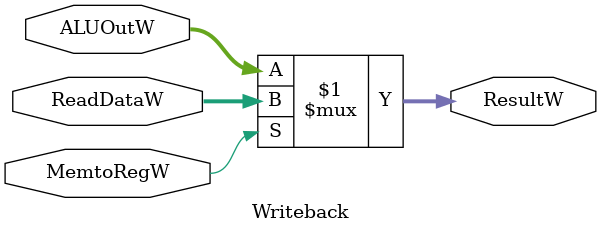
<source format=v>
module Writeback #(parameter width = 32) (
    input wire [width-1 : 0] ReadDataW,
    input wire [width-1 : 0] ALUOutW,
    input wire               MemtoRegW,

    output wire [width-1 : 0] ResultW
);

assign ResultW = (MemtoRegW) ? ReadDataW : ALUOutW;

endmodule
</source>
